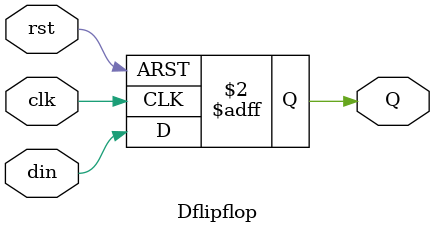
<source format=v>
`timescale 1ns / 1ps



    module Dflipflop(
    output reg Q,
    input clk,rst,din
     );
    always @(posedge clk or posedge rst)
    begin
    if(rst) Q<= 1'b0;
    else Q<= din;
    end
    endmodule


</source>
